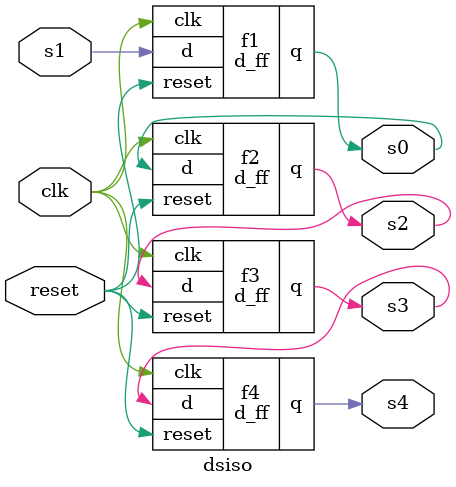
<source format=v>
module d_ff(input clk,reset,d,
       output reg q);
always@(posedge clk or posedge reset) begin
if(reset)
      q <= 1'b0;
    else 
      q <= d;
  end
endmodule

module dsiso(input clk,reset,
 input s1,
output s0,s2,s3,s4
);
d_ff f1(.clk(clk),.reset(reset),.d(s1),.q(s0));
d_ff f2(.clk(clk),.reset(reset),.d(s0),.q(s2));
d_ff f3(.clk(clk),.reset(reset),.d(s2),.q(s3));
d_ff f4(.clk(clk),.reset(reset),.d(s3),.q(s4));
endmodule

</source>
